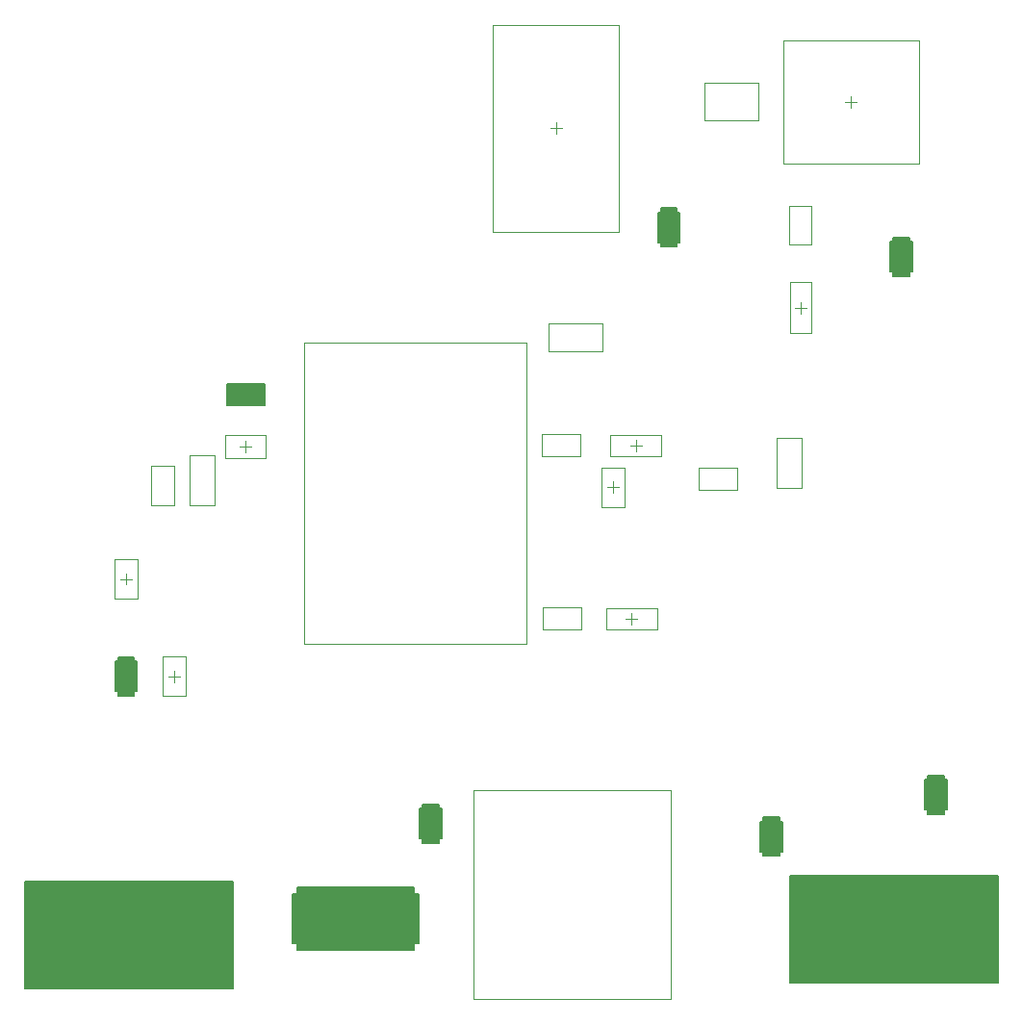
<source format=gbr>
G04*
G04 #@! TF.GenerationSoftware,Altium Limited,Altium Designer,25.3.3 (18)*
G04*
G04 Layer_Color=32768*
%FSLAX44Y44*%
%MOMM*%
G71*
G04*
G04 #@! TF.SameCoordinates,28098AB9-3807-4A49-8781-5BF9FE85299D*
G04*
G04*
G04 #@! TF.FilePolarity,Positive*
G04*
G01*
G75*
%ADD13C,0.1000*%
%ADD14C,0.1524*%
%ADD77C,0.0500*%
G36*
X10160Y10160D02*
X193040D01*
Y104140D01*
X10160D01*
Y10160D01*
D02*
G37*
G36*
X352171Y92710D02*
X356616D01*
Y49530D01*
X352171D01*
Y43434D01*
X249809D01*
Y49530D01*
X245364D01*
Y92710D01*
X249809D01*
Y98806D01*
X352171D01*
Y92710D01*
D02*
G37*
G36*
X106045Y271399D02*
Y267462D01*
X92075D01*
Y271399D01*
X89535D01*
Y297561D01*
X92075D01*
Y301498D01*
X106045D01*
Y297561D01*
X108585D01*
Y271399D01*
X106045D01*
D02*
G37*
G36*
X360045Y168021D02*
Y171958D01*
X374015D01*
Y168021D01*
X376555D01*
Y141859D01*
X374015D01*
Y137922D01*
X360045D01*
Y141859D01*
X357505D01*
Y168021D01*
X360045D01*
D02*
G37*
G36*
X221107Y522859D02*
X187833D01*
Y541401D01*
X221107D01*
Y522859D01*
D02*
G37*
G36*
X659765Y156591D02*
Y160528D01*
X673735D01*
Y156591D01*
X676275D01*
Y130429D01*
X673735D01*
Y126492D01*
X659765D01*
Y130429D01*
X657225D01*
Y156591D01*
X659765D01*
D02*
G37*
G36*
X683260Y15240D02*
X866140D01*
Y109220D01*
X683260D01*
Y15240D01*
D02*
G37*
G36*
X818515Y167259D02*
Y163322D01*
X804545D01*
Y167259D01*
X802005D01*
Y193421D01*
X804545D01*
Y197358D01*
X818515D01*
Y193421D01*
X821055D01*
Y167259D01*
X818515D01*
D02*
G37*
G36*
X583565Y666369D02*
Y662432D01*
X569595D01*
Y666369D01*
X567055D01*
Y692531D01*
X569595D01*
Y696468D01*
X583565D01*
Y692531D01*
X586105D01*
Y666369D01*
X583565D01*
D02*
G37*
G36*
X774065Y666686D02*
Y670623D01*
X788035D01*
Y666686D01*
X790575D01*
Y640525D01*
X788035D01*
Y636587D01*
X774065D01*
Y640525D01*
X771525D01*
Y666686D01*
X774065D01*
D02*
G37*
D13*
X527050Y445850D02*
Y455850D01*
X522050Y450850D02*
X532050D01*
X140970Y279480D02*
Y289480D01*
X135970Y284480D02*
X145970D01*
X99060Y365200D02*
Y375200D01*
X94060Y370200D02*
X104060D01*
X198840Y486410D02*
X208840D01*
X203840Y481410D02*
Y491410D01*
X736600Y784940D02*
Y794940D01*
X731600Y789940D02*
X741600D01*
X477000Y761840D02*
Y771840D01*
X472000Y766840D02*
X482000D01*
X687150Y608800D02*
X697150D01*
X692150Y603800D02*
Y613800D01*
X543560Y330280D02*
Y340280D01*
X538560Y335280D02*
X548560D01*
X547370Y482680D02*
Y492680D01*
X542370Y487680D02*
X552370D01*
D14*
X187833Y522859D02*
Y541401D01*
X221107D01*
Y522859D02*
Y541401D01*
X187833Y522859D02*
X221107D01*
X356616Y49530D02*
Y92710D01*
X352171Y49530D02*
X356616D01*
X245364D02*
X249809D01*
X245364D02*
Y92710D01*
X249809D01*
X352171D02*
X356616D01*
X352171D02*
Y98806D01*
Y43434D02*
Y49530D01*
X249809Y43434D02*
X352171D01*
X249809D02*
Y49530D01*
Y92710D02*
Y98806D01*
X352171D01*
X659765Y160528D02*
X673735D01*
Y156591D02*
Y160528D01*
Y126492D02*
Y130429D01*
X659765Y126492D02*
X673735D01*
X659765D02*
Y130429D01*
Y156591D02*
Y160528D01*
X657225Y156591D02*
X659765D01*
X673735D02*
X676275D01*
Y130429D02*
Y156591D01*
X673735Y130429D02*
X676275D01*
X657225D02*
X659765D01*
X657225D02*
Y156591D01*
X774065Y670623D02*
X788035D01*
Y666686D02*
Y670623D01*
Y636587D02*
Y640525D01*
X774065Y636587D02*
X788035D01*
X774065D02*
Y640525D01*
Y666686D02*
Y670623D01*
X771525Y666686D02*
X774065D01*
X788035D02*
X790575D01*
Y640525D02*
Y666686D01*
X788035Y640525D02*
X790575D01*
X771525D02*
X774065D01*
X771525D02*
Y666686D01*
X92075Y267462D02*
X106045D01*
X92075D02*
Y271399D01*
Y297561D02*
Y301498D01*
X106045D01*
Y297561D02*
Y301498D01*
Y267462D02*
Y271399D01*
X108585D01*
X89535D02*
X92075D01*
X89535D02*
Y297561D01*
X92075D01*
X106045D02*
X108585D01*
Y271399D02*
Y297561D01*
X804545Y163322D02*
X818515D01*
X804545D02*
Y167259D01*
Y193421D02*
Y197358D01*
X818515D01*
Y193421D02*
Y197358D01*
Y163322D02*
Y167259D01*
X821055D01*
X802005D02*
X804545D01*
X802005D02*
Y193421D01*
X804545D01*
X818515D02*
X821055D01*
Y167259D02*
Y193421D01*
X360045Y171958D02*
X374015D01*
Y168021D02*
Y171958D01*
Y137922D02*
Y141859D01*
X360045Y137922D02*
X374015D01*
X360045D02*
Y141859D01*
Y168021D02*
Y171958D01*
X357505Y168021D02*
X360045D01*
X374015D02*
X376555D01*
Y141859D02*
Y168021D01*
X374015Y141859D02*
X376555D01*
X357505D02*
X360045D01*
X357505D02*
Y168021D01*
X569595Y662432D02*
X583565D01*
X569595D02*
Y666369D01*
Y692531D02*
Y696468D01*
X583565D01*
Y692531D02*
Y696468D01*
Y662432D02*
Y666369D01*
X586105D01*
X567055D02*
X569595D01*
X567055D02*
Y692531D01*
X569595D01*
X583565D02*
X586105D01*
Y666369D02*
Y692531D01*
X10160Y10160D02*
X193040D01*
X10160D02*
Y104140D01*
X193040D01*
Y10160D02*
Y104140D01*
X683260Y15240D02*
X866140D01*
X683260D02*
Y109220D01*
X866140D01*
Y15240D02*
Y109220D01*
D77*
X517050Y433350D02*
X537050D01*
X517050Y468350D02*
X537050D01*
X517050Y433350D02*
Y468350D01*
X537050Y433350D02*
Y468350D01*
X130970Y301980D02*
X150970D01*
X130970Y266980D02*
X150970D01*
Y301980D01*
X130970Y266980D02*
Y301980D01*
X89060Y352700D02*
X109060D01*
X89060Y387700D02*
X109060D01*
X89060Y352700D02*
Y387700D01*
X109060Y352700D02*
Y387700D01*
X186340Y476410D02*
Y496410D01*
X221340Y476410D02*
Y496410D01*
X186340D02*
X221340D01*
X186340Y476410D02*
X221340D01*
X404350Y184050D02*
X577800D01*
Y350D02*
Y184050D01*
X404350Y350D02*
X577800D01*
X404350D02*
Y184050D01*
X670840Y494590D02*
X693140D01*
X670840Y450290D02*
X693140D01*
X670840D02*
Y494590D01*
X693140Y450290D02*
Y494590D01*
X120810Y434620D02*
Y469620D01*
X140810D01*
Y434620D02*
Y469620D01*
X120810Y434620D02*
X140810D01*
X607640Y773390D02*
X654740D01*
X607640Y806490D02*
X654740D01*
X607640Y773390D02*
Y806490D01*
X654740Y773390D02*
Y806490D01*
X470480Y570880D02*
X517580D01*
X470480Y594980D02*
X517580D01*
X470480Y570880D02*
Y594980D01*
X517580Y570880D02*
Y594980D01*
X676850Y735940D02*
X796350D01*
X676850Y843940D02*
X796350D01*
Y735940D02*
Y843940D01*
X676850Y735940D02*
Y843940D01*
X255690Y312780D02*
Y577780D01*
X450690D01*
Y312780D02*
Y577780D01*
X255690Y312780D02*
X450690D01*
X602910Y468090D02*
X636610D01*
X602910Y448850D02*
X636610D01*
Y468090D01*
X602910Y448850D02*
Y468090D01*
X421250Y675840D02*
X532750D01*
X421250Y857840D02*
X532750D01*
X421250Y675840D02*
Y857840D01*
X532750Y675840D02*
Y857840D01*
X701770Y664330D02*
Y698030D01*
X682530Y664330D02*
Y698030D01*
Y664330D02*
X701770D01*
X682530Y698030D02*
X701770D01*
X701650Y586300D02*
Y631300D01*
X682650Y586300D02*
Y631300D01*
X701650D01*
X682650Y586300D02*
X701650D01*
X521060Y344780D02*
X566060D01*
X521060Y325780D02*
X566060D01*
X521060D02*
Y344780D01*
X566060Y325780D02*
Y344780D01*
X465750Y325660D02*
X499450D01*
X465750Y344900D02*
X499450D01*
X465750Y325660D02*
Y344900D01*
X499450Y325660D02*
Y344900D01*
X524870Y497180D02*
X569870D01*
X524870Y478180D02*
X569870D01*
X524870D02*
Y497180D01*
X569870Y478180D02*
Y497180D01*
X464480Y478060D02*
X498180D01*
X464480Y497300D02*
X498180D01*
X464480Y478060D02*
Y497300D01*
X498180Y478060D02*
Y497300D01*
X176690Y435050D02*
Y479350D01*
X154390Y435050D02*
Y479350D01*
Y435050D02*
X176690D01*
X154390Y479350D02*
X176690D01*
M02*

</source>
